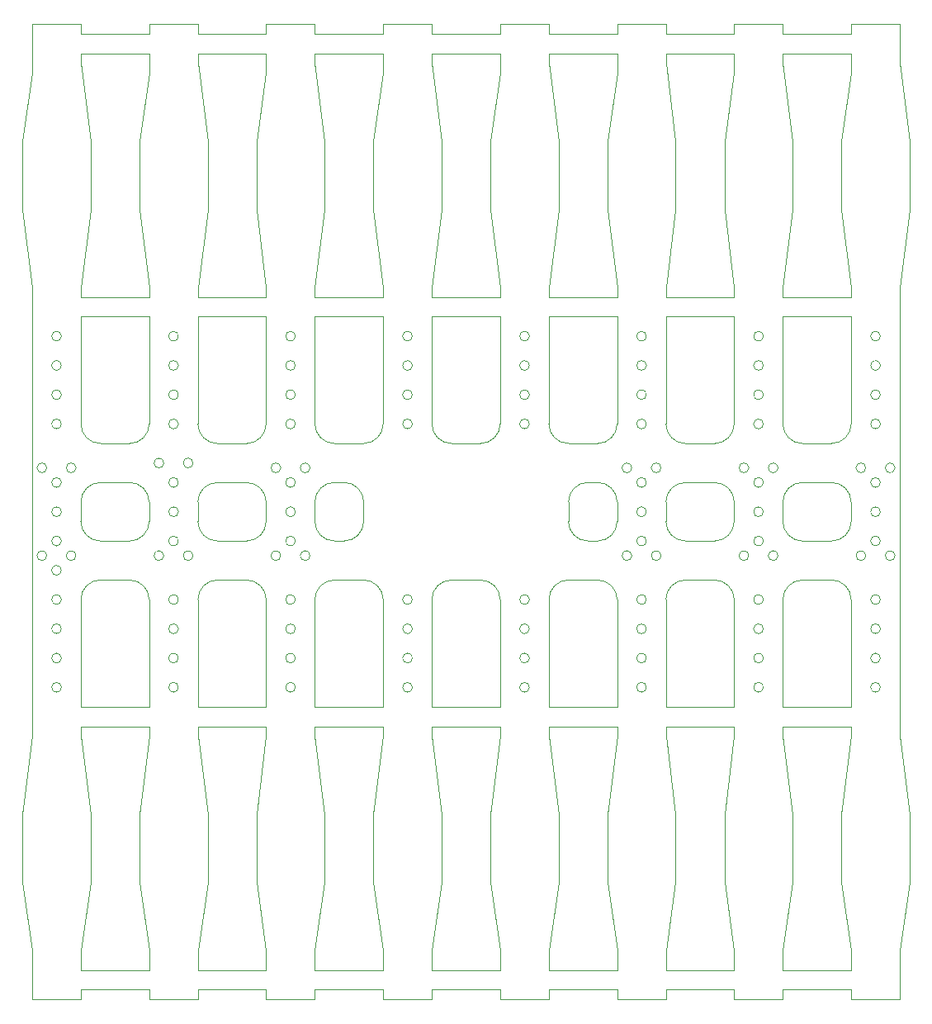
<source format=gm1>
G04 #@! TF.GenerationSoftware,KiCad,Pcbnew,8.0.1-8.0.1-1~ubuntu22.04.1*
G04 #@! TF.CreationDate,2024-03-30T19:46:48+00:00*
G04 #@! TF.ProjectId,DRY_FLEX,4452595f-464c-4455-982e-6b696361645f,v1.0*
G04 #@! TF.SameCoordinates,Original*
G04 #@! TF.FileFunction,Profile,NP*
%FSLAX46Y46*%
G04 Gerber Fmt 4.6, Leading zero omitted, Abs format (unit mm)*
G04 Created by KiCad (PCBNEW 8.0.1-8.0.1-1~ubuntu22.04.1) date 2024-03-30 19:46:48*
%MOMM*%
%LPD*%
G01*
G04 APERTURE LIST*
G04 #@! TA.AperFunction,Profile*
%ADD10C,0.038100*%
G04 #@! TD*
G04 APERTURE END LIST*
D10*
X43000000Y-73000000D02*
G75*
G02*
X45000000Y-75000000I0J-2000000D01*
G01*
X26000000Y-19000000D02*
X33000000Y-19000000D01*
X86000000Y-75000000D02*
G75*
G02*
X88000000Y-73000000I2000000J0D01*
G01*
X72000000Y-78000000D02*
G75*
G02*
X71000000Y-78000000I-500000J0D01*
G01*
X71000000Y-78000000D02*
G75*
G02*
X72000000Y-78000000I500000J0D01*
G01*
X81000000Y-67000000D02*
G75*
G02*
X79000000Y-69000000I-2000000J0D01*
G01*
X105000000Y-46000000D02*
X105000000Y-57000000D01*
X86000000Y-46000000D02*
X93000000Y-46000000D01*
X24000000Y-48000000D02*
G75*
G02*
X23000000Y-48000000I-500000J0D01*
G01*
X23000000Y-48000000D02*
G75*
G02*
X24000000Y-48000000I500000J0D01*
G01*
X33000000Y-19000000D02*
X33000000Y-21000000D01*
X57000000Y-43000000D02*
X56000000Y-35000000D01*
X96000000Y-57000000D02*
G75*
G02*
X95000000Y-57000000I-500000J0D01*
G01*
X95000000Y-57000000D02*
G75*
G02*
X96000000Y-57000000I500000J0D01*
G01*
X46500000Y-61500000D02*
G75*
G02*
X45500000Y-61500000I-500000J0D01*
G01*
X45500000Y-61500000D02*
G75*
G02*
X46500000Y-61500000I500000J0D01*
G01*
X110000000Y-113000000D02*
X110000000Y-111000000D01*
X86000000Y-17000000D02*
X93000000Y-17000000D01*
X105000000Y-115000000D02*
X105000000Y-116000000D01*
X78000000Y-63000000D02*
X79000000Y-63000000D01*
X81000000Y-43000000D02*
X81000000Y-44000000D01*
X93000000Y-116000000D02*
X98000000Y-116000000D01*
X33000000Y-115000000D02*
X33000000Y-116000000D01*
X43000000Y-69000000D02*
X40000000Y-69000000D01*
X32000000Y-35000000D02*
X32000000Y-28000000D01*
X24000000Y-78000000D02*
G75*
G02*
X23000000Y-78000000I-500000J0D01*
G01*
X23000000Y-78000000D02*
G75*
G02*
X24000000Y-78000000I500000J0D01*
G01*
X64000000Y-59000000D02*
X67000000Y-59000000D01*
X86000000Y-116000000D02*
X86000000Y-115000000D01*
X98000000Y-46000000D02*
X105000000Y-46000000D01*
X105000000Y-57000000D02*
G75*
G02*
X103000000Y-59000000I-2000000J0D01*
G01*
X86000000Y-113000000D02*
X86000000Y-111000000D01*
X85500000Y-61500000D02*
G75*
G02*
X84500000Y-61500000I-500000J0D01*
G01*
X84500000Y-61500000D02*
G75*
G02*
X85500000Y-61500000I500000J0D01*
G01*
X62000000Y-86000000D02*
X69000000Y-86000000D01*
X86000000Y-47000000D02*
X86000000Y-57000000D01*
X38000000Y-86000000D02*
X38000000Y-85000000D01*
X48000000Y-66000000D02*
G75*
G02*
X47000000Y-66000000I-500000J0D01*
G01*
X47000000Y-66000000D02*
G75*
G02*
X48000000Y-66000000I500000J0D01*
G01*
X81000000Y-16000000D02*
X86000000Y-16000000D01*
X50000000Y-17000000D02*
X57000000Y-17000000D01*
X81000000Y-86000000D02*
X81000000Y-75000000D01*
X98000000Y-86000000D02*
X98000000Y-85000000D01*
X55000000Y-73000000D02*
G75*
G02*
X57000000Y-75000000I0J-2000000D01*
G01*
X62000000Y-115000000D02*
X69000000Y-115000000D01*
X105000000Y-43000000D02*
X104000000Y-35000000D01*
X24000000Y-72000000D02*
G75*
G02*
X23000000Y-72000000I-500000J0D01*
G01*
X23000000Y-72000000D02*
G75*
G02*
X24000000Y-72000000I500000J0D01*
G01*
X98000000Y-86000000D02*
X105000000Y-86000000D01*
X98000000Y-116000000D02*
X98000000Y-115000000D01*
X69000000Y-46000000D02*
X69000000Y-57000000D01*
X38000000Y-67000000D02*
X38000000Y-65000000D01*
X43000000Y-63000000D02*
G75*
G02*
X45000000Y-65000000I0J-2000000D01*
G01*
X26000000Y-89000000D02*
X26000000Y-88000000D01*
X62000000Y-116000000D02*
X62000000Y-115000000D01*
X38000000Y-46000000D02*
X38000000Y-47000000D01*
X44000000Y-97000000D02*
X44000000Y-104000000D01*
X45000000Y-46000000D02*
X45000000Y-57000000D01*
X33000000Y-46000000D02*
X33000000Y-57000000D01*
X72000000Y-48000000D02*
G75*
G02*
X71000000Y-48000000I-500000J0D01*
G01*
X71000000Y-48000000D02*
G75*
G02*
X72000000Y-48000000I500000J0D01*
G01*
X62000000Y-75000000D02*
G75*
G02*
X64000000Y-73000000I2000000J0D01*
G01*
X109500000Y-70500000D02*
G75*
G02*
X108500000Y-70500000I-500000J0D01*
G01*
X108500000Y-70500000D02*
G75*
G02*
X109500000Y-70500000I500000J0D01*
G01*
X26000000Y-88000000D02*
X33000000Y-88000000D01*
X36000000Y-69000000D02*
G75*
G02*
X35000000Y-69000000I-500000J0D01*
G01*
X35000000Y-69000000D02*
G75*
G02*
X36000000Y-69000000I500000J0D01*
G01*
X93000000Y-113000000D02*
X93000000Y-111000000D01*
X84000000Y-81000000D02*
G75*
G02*
X83000000Y-81000000I-500000J0D01*
G01*
X83000000Y-81000000D02*
G75*
G02*
X84000000Y-81000000I500000J0D01*
G01*
X21000000Y-89000000D02*
X21000000Y-88000000D01*
X93000000Y-67000000D02*
G75*
G02*
X91000000Y-69000000I-2000000J0D01*
G01*
X24000000Y-51000000D02*
G75*
G02*
X23000000Y-51000000I-500000J0D01*
G01*
X23000000Y-51000000D02*
G75*
G02*
X24000000Y-51000000I500000J0D01*
G01*
X33000000Y-57000000D02*
G75*
G02*
X31000000Y-59000000I-2000000J0D01*
G01*
X50000000Y-19000000D02*
X57000000Y-19000000D01*
X94500000Y-70500000D02*
G75*
G02*
X93500000Y-70500000I-500000J0D01*
G01*
X93500000Y-70500000D02*
G75*
G02*
X94500000Y-70500000I500000J0D01*
G01*
X81000000Y-115000000D02*
X81000000Y-116000000D01*
X81000000Y-89000000D02*
X81000000Y-88000000D01*
X21000000Y-21000000D02*
X20000000Y-28000000D01*
X87000000Y-97000000D02*
X86000000Y-89000000D01*
X62000000Y-16000000D02*
X62000000Y-17000000D01*
X105000000Y-67000000D02*
G75*
G02*
X103000000Y-69000000I-2000000J0D01*
G01*
X50000000Y-86000000D02*
X57000000Y-86000000D01*
X39000000Y-28000000D02*
X39000000Y-35000000D01*
X79000000Y-63000000D02*
G75*
G02*
X81000000Y-65000000I0J-2000000D01*
G01*
X62000000Y-88000000D02*
X69000000Y-88000000D01*
X74000000Y-75000000D02*
G75*
G02*
X76000000Y-73000000I2000000J0D01*
G01*
X26000000Y-16000000D02*
X26000000Y-17000000D01*
X86000000Y-19000000D02*
X86000000Y-20000000D01*
X98000000Y-16000000D02*
X98000000Y-17000000D01*
X96000000Y-84000000D02*
G75*
G02*
X95000000Y-84000000I-500000J0D01*
G01*
X95000000Y-84000000D02*
G75*
G02*
X96000000Y-84000000I500000J0D01*
G01*
X93000000Y-43000000D02*
X92000000Y-35000000D01*
X62000000Y-111000000D02*
X63000000Y-104000000D01*
X57000000Y-116000000D02*
X62000000Y-116000000D01*
X98000000Y-19000000D02*
X105000000Y-19000000D01*
X110000000Y-47000000D02*
X110000000Y-59000000D01*
X86000000Y-44000000D02*
X93000000Y-44000000D01*
X53000000Y-69000000D02*
X52000000Y-69000000D01*
X51000000Y-28000000D02*
X51000000Y-35000000D01*
X60000000Y-51000000D02*
G75*
G02*
X59000000Y-51000000I-500000J0D01*
G01*
X59000000Y-51000000D02*
G75*
G02*
X60000000Y-51000000I500000J0D01*
G01*
X50000000Y-86000000D02*
X50000000Y-85000000D01*
X74000000Y-44000000D02*
X81000000Y-44000000D01*
X38000000Y-20000000D02*
X39000000Y-28000000D01*
X26000000Y-44000000D02*
X33000000Y-44000000D01*
X33000000Y-113000000D02*
X33000000Y-111000000D01*
X45000000Y-65000000D02*
X45000000Y-67000000D01*
X74000000Y-88000000D02*
X81000000Y-88000000D01*
X110000000Y-46000000D02*
X110000000Y-47000000D01*
X26000000Y-43000000D02*
X26000000Y-44000000D01*
X50000000Y-67000000D02*
X50000000Y-65000000D01*
X76000000Y-65000000D02*
G75*
G02*
X78000000Y-63000000I2000000J0D01*
G01*
X86000000Y-111000000D02*
X87000000Y-104000000D01*
X26000000Y-46000000D02*
X26000000Y-47000000D01*
X99000000Y-35000000D02*
X98000000Y-43000000D01*
X38000000Y-86000000D02*
X45000000Y-86000000D01*
X72000000Y-84000000D02*
G75*
G02*
X71000000Y-84000000I-500000J0D01*
G01*
X71000000Y-84000000D02*
G75*
G02*
X72000000Y-84000000I500000J0D01*
G01*
X84000000Y-54000000D02*
G75*
G02*
X83000000Y-54000000I-500000J0D01*
G01*
X83000000Y-54000000D02*
G75*
G02*
X84000000Y-54000000I500000J0D01*
G01*
X56000000Y-35000000D02*
X56000000Y-28000000D01*
X69000000Y-86000000D02*
X69000000Y-75000000D01*
X21000000Y-111000000D02*
X20000000Y-104000000D01*
X105000000Y-17000000D02*
X105000000Y-16000000D01*
X111000000Y-35000000D02*
X110000000Y-43000000D01*
X103000000Y-73000000D02*
G75*
G02*
X105000000Y-75000000I0J-2000000D01*
G01*
X110000000Y-113000000D02*
X110000000Y-115000000D01*
X27000000Y-35000000D02*
X26000000Y-43000000D01*
X111000000Y-97000000D02*
X110000000Y-89000000D01*
X69000000Y-57000000D02*
G75*
G02*
X67000000Y-59000000I-2000000J0D01*
G01*
X82500000Y-70500000D02*
G75*
G02*
X81500000Y-70500000I-500000J0D01*
G01*
X81500000Y-70500000D02*
G75*
G02*
X82500000Y-70500000I500000J0D01*
G01*
X69000000Y-19000000D02*
X69000000Y-21000000D01*
X72000000Y-57000000D02*
G75*
G02*
X71000000Y-57000000I-500000J0D01*
G01*
X71000000Y-57000000D02*
G75*
G02*
X72000000Y-57000000I500000J0D01*
G01*
X39000000Y-104000000D02*
X39000000Y-97000000D01*
X98000000Y-113000000D02*
X98000000Y-111000000D01*
X62000000Y-46000000D02*
X62000000Y-47000000D01*
X110000000Y-89000000D02*
X110000000Y-88000000D01*
X81000000Y-65000000D02*
X81000000Y-67000000D01*
X98000000Y-89000000D02*
X98000000Y-88000000D01*
X33000000Y-111000000D02*
X32000000Y-104000000D01*
X86000000Y-20000000D02*
X87000000Y-28000000D01*
X69000000Y-116000000D02*
X74000000Y-116000000D01*
X81000000Y-17000000D02*
X81000000Y-16000000D01*
X110000000Y-86000000D02*
X110000000Y-85000000D01*
X110000000Y-85000000D02*
X110000000Y-73000000D01*
X28000000Y-59000000D02*
X31000000Y-59000000D01*
X40000000Y-59000000D02*
X43000000Y-59000000D01*
X48000000Y-81000000D02*
G75*
G02*
X47000000Y-81000000I-500000J0D01*
G01*
X47000000Y-81000000D02*
G75*
G02*
X48000000Y-81000000I500000J0D01*
G01*
X110000000Y-20000000D02*
X111000000Y-28000000D01*
X24000000Y-84000000D02*
G75*
G02*
X23000000Y-84000000I-500000J0D01*
G01*
X23000000Y-84000000D02*
G75*
G02*
X24000000Y-84000000I500000J0D01*
G01*
X79000000Y-69000000D02*
X78000000Y-69000000D01*
X98000000Y-44000000D02*
X105000000Y-44000000D01*
X48000000Y-48000000D02*
G75*
G02*
X47000000Y-48000000I-500000J0D01*
G01*
X47000000Y-48000000D02*
G75*
G02*
X48000000Y-48000000I500000J0D01*
G01*
X21000000Y-113000000D02*
X21000000Y-115000000D01*
X83999999Y-63000000D02*
G75*
G02*
X83000001Y-63000000I-499999J0D01*
G01*
X83000001Y-63000000D02*
G75*
G02*
X83999999Y-63000000I499999J0D01*
G01*
X34500000Y-61000000D02*
G75*
G02*
X33500000Y-61000000I-500000J0D01*
G01*
X33500000Y-61000000D02*
G75*
G02*
X34500000Y-61000000I500000J0D01*
G01*
X110000000Y-86000000D02*
X110000000Y-88000000D01*
X69000000Y-115000000D02*
X69000000Y-116000000D01*
X110000000Y-43000000D02*
X110000000Y-44000000D01*
X69000000Y-21000000D02*
X68000000Y-28000000D01*
X62000000Y-47000000D02*
X62000000Y-57000000D01*
X48000000Y-84000000D02*
G75*
G02*
X47000000Y-84000000I-500000J0D01*
G01*
X47000000Y-84000000D02*
G75*
G02*
X48000000Y-84000000I500000J0D01*
G01*
X96000000Y-54000000D02*
G75*
G02*
X95000000Y-54000000I-500000J0D01*
G01*
X95000000Y-54000000D02*
G75*
G02*
X96000000Y-54000000I500000J0D01*
G01*
X45000000Y-86000000D02*
X45000000Y-75000000D01*
X45000000Y-89000000D02*
X45000000Y-88000000D01*
X75000000Y-35000000D02*
X74000000Y-43000000D01*
X31000000Y-63000000D02*
G75*
G02*
X33000000Y-65000000I0J-2000000D01*
G01*
X88000000Y-73000000D02*
X91000000Y-73000000D01*
X38000000Y-65000000D02*
G75*
G02*
X40000000Y-63000000I2000000J0D01*
G01*
X74000000Y-46000000D02*
X81000000Y-46000000D01*
X36000000Y-75000000D02*
G75*
G02*
X35000000Y-75000000I-500000J0D01*
G01*
X35000000Y-75000000D02*
G75*
G02*
X36000000Y-75000000I500000J0D01*
G01*
X48000000Y-51000000D02*
G75*
G02*
X47000000Y-51000000I-500000J0D01*
G01*
X47000000Y-51000000D02*
G75*
G02*
X48000000Y-51000000I500000J0D01*
G01*
X105000000Y-86000000D02*
X105000000Y-75000000D01*
X26000000Y-86000000D02*
X26000000Y-85000000D01*
X28000000Y-59000000D02*
G75*
G02*
X26000000Y-57000000I0J2000000D01*
G01*
X108000000Y-81000000D02*
G75*
G02*
X107000000Y-81000000I-500000J0D01*
G01*
X107000000Y-81000000D02*
G75*
G02*
X108000000Y-81000000I500000J0D01*
G01*
X92000000Y-35000000D02*
X92000000Y-28000000D01*
X69000000Y-43000000D02*
X68000000Y-35000000D01*
X100000000Y-63000000D02*
X103000000Y-63000000D01*
X96000000Y-51000000D02*
G75*
G02*
X95000000Y-51000000I-500000J0D01*
G01*
X95000000Y-51000000D02*
G75*
G02*
X96000000Y-51000000I500000J0D01*
G01*
X37500000Y-61000000D02*
G75*
G02*
X36500000Y-61000000I-500000J0D01*
G01*
X36500000Y-61000000D02*
G75*
G02*
X37500000Y-61000000I500000J0D01*
G01*
X106500000Y-61500000D02*
G75*
G02*
X105500000Y-61500000I-500000J0D01*
G01*
X105500000Y-61500000D02*
G75*
G02*
X106500000Y-61500000I500000J0D01*
G01*
X62000000Y-46000000D02*
X69000000Y-46000000D01*
X96000000Y-78000000D02*
G75*
G02*
X95000000Y-78000000I-500000J0D01*
G01*
X95000000Y-78000000D02*
G75*
G02*
X96000000Y-78000000I500000J0D01*
G01*
X50000000Y-65000000D02*
G75*
G02*
X52000000Y-63000000I2000000J0D01*
G01*
X105000000Y-113000000D02*
X105000000Y-111000000D01*
X62000000Y-86000000D02*
X62000000Y-85000000D01*
X50000000Y-46000000D02*
X57000000Y-46000000D01*
X69000000Y-113000000D02*
X69000000Y-111000000D01*
X98000000Y-75000000D02*
G75*
G02*
X100000000Y-73000000I2000000J0D01*
G01*
X31000000Y-69000000D02*
X28000000Y-69000000D01*
X23999999Y-63000000D02*
G75*
G02*
X23000001Y-63000000I-499999J0D01*
G01*
X23000001Y-63000000D02*
G75*
G02*
X23999999Y-63000000I499999J0D01*
G01*
X93000000Y-43000000D02*
X93000000Y-44000000D01*
X50000000Y-113000000D02*
X57000000Y-113000000D01*
X50000000Y-113000000D02*
X50000000Y-111000000D01*
X63000000Y-97000000D02*
X62000000Y-89000000D01*
X86000000Y-113000000D02*
X93000000Y-113000000D01*
X50000000Y-89000000D02*
X50000000Y-88000000D01*
X98000000Y-43000000D02*
X98000000Y-44000000D01*
X62000000Y-43000000D02*
X62000000Y-44000000D01*
X22500000Y-70500000D02*
G75*
G02*
X21500000Y-70500000I-500000J0D01*
G01*
X21500000Y-70500000D02*
G75*
G02*
X22500000Y-70500000I500000J0D01*
G01*
X105000000Y-19000000D02*
X105000000Y-21000000D01*
X55000000Y-65000000D02*
X55000000Y-67000000D01*
X98000000Y-85000000D02*
X98000000Y-75000000D01*
X57000000Y-16000000D02*
X62000000Y-16000000D01*
X50000000Y-75000000D02*
G75*
G02*
X52000000Y-73000000I2000000J0D01*
G01*
X55000000Y-67000000D02*
G75*
G02*
X53000000Y-69000000I-2000000J0D01*
G01*
X69000000Y-111000000D02*
X68000000Y-104000000D01*
X75000000Y-28000000D02*
X75000000Y-35000000D01*
X74000000Y-113000000D02*
X74000000Y-111000000D01*
X50000000Y-88000000D02*
X57000000Y-88000000D01*
X33000000Y-21000000D02*
X32000000Y-28000000D01*
X74000000Y-115000000D02*
X81000000Y-115000000D01*
X52000000Y-63000000D02*
X53000000Y-63000000D01*
X50000000Y-16000000D02*
X50000000Y-17000000D01*
X52000000Y-59000000D02*
X55000000Y-59000000D01*
X34500000Y-70500000D02*
G75*
G02*
X33500000Y-70500000I-500000J0D01*
G01*
X33500000Y-70500000D02*
G75*
G02*
X34500000Y-70500000I500000J0D01*
G01*
X38000000Y-46000000D02*
X45000000Y-46000000D01*
X100000000Y-73000000D02*
X103000000Y-73000000D01*
X20000000Y-35000000D02*
X20000000Y-28000000D01*
X69000000Y-89000000D02*
X69000000Y-88000000D01*
X81000000Y-111000000D02*
X80000000Y-104000000D01*
X38000000Y-116000000D02*
X38000000Y-115000000D01*
X38000000Y-88000000D02*
X45000000Y-88000000D01*
X72000000Y-54000000D02*
G75*
G02*
X71000000Y-54000000I-500000J0D01*
G01*
X71000000Y-54000000D02*
G75*
G02*
X72000000Y-54000000I500000J0D01*
G01*
X74000000Y-16000000D02*
X74000000Y-17000000D01*
X81000000Y-89000000D02*
X80000000Y-97000000D01*
X81000000Y-46000000D02*
X81000000Y-57000000D01*
X110000000Y-17000000D02*
X110000000Y-19000000D01*
X84000000Y-75000000D02*
G75*
G02*
X83000000Y-75000000I-500000J0D01*
G01*
X83000000Y-75000000D02*
G75*
G02*
X84000000Y-75000000I500000J0D01*
G01*
X56000000Y-97000000D02*
X56000000Y-104000000D01*
X27000000Y-28000000D02*
X27000000Y-35000000D01*
X108000000Y-66000000D02*
G75*
G02*
X107000000Y-66000000I-500000J0D01*
G01*
X107000000Y-66000000D02*
G75*
G02*
X108000000Y-66000000I500000J0D01*
G01*
X74000000Y-116000000D02*
X74000000Y-115000000D01*
X99000000Y-104000000D02*
X99000000Y-97000000D01*
X62000000Y-113000000D02*
X62000000Y-111000000D01*
X52000000Y-73000000D02*
X55000000Y-73000000D01*
X105000000Y-16000000D02*
X110000000Y-16000000D01*
X33000000Y-16000000D02*
X38000000Y-16000000D01*
X99000000Y-28000000D02*
X99000000Y-35000000D01*
X26000000Y-19000000D02*
X26000000Y-20000000D01*
X86000000Y-115000000D02*
X93000000Y-115000000D01*
X87000000Y-35000000D02*
X86000000Y-43000000D01*
X26000000Y-17000000D02*
X33000000Y-17000000D01*
X98000000Y-46000000D02*
X98000000Y-47000000D01*
X84000000Y-57000000D02*
G75*
G02*
X83000000Y-57000000I-500000J0D01*
G01*
X83000000Y-57000000D02*
G75*
G02*
X84000000Y-57000000I500000J0D01*
G01*
X62000000Y-89000000D02*
X62000000Y-88000000D01*
X84000000Y-84000000D02*
G75*
G02*
X83000000Y-84000000I-500000J0D01*
G01*
X83000000Y-84000000D02*
G75*
G02*
X84000000Y-84000000I500000J0D01*
G01*
X104000000Y-97000000D02*
X104000000Y-104000000D01*
X84000000Y-66000000D02*
G75*
G02*
X83000000Y-66000000I-500000J0D01*
G01*
X83000000Y-66000000D02*
G75*
G02*
X84000000Y-66000000I500000J0D01*
G01*
X36000000Y-63000000D02*
G75*
G02*
X35000000Y-63000000I-500000J0D01*
G01*
X35000000Y-63000000D02*
G75*
G02*
X36000000Y-63000000I500000J0D01*
G01*
X45000000Y-19000000D02*
X45000000Y-21000000D01*
X63000000Y-104000000D02*
X63000000Y-97000000D01*
X48000000Y-75000000D02*
G75*
G02*
X47000000Y-75000000I-500000J0D01*
G01*
X47000000Y-75000000D02*
G75*
G02*
X48000000Y-75000000I500000J0D01*
G01*
X105000000Y-111000000D02*
X104000000Y-104000000D01*
X45000000Y-89000000D02*
X44000000Y-97000000D01*
X52000000Y-69000000D02*
G75*
G02*
X50000000Y-67000000I0J2000000D01*
G01*
X110000000Y-111000000D02*
X111000000Y-104000000D01*
X108000000Y-57000000D02*
G75*
G02*
X107000000Y-57000000I-500000J0D01*
G01*
X107000000Y-57000000D02*
G75*
G02*
X108000000Y-57000000I500000J0D01*
G01*
X21000000Y-17000000D02*
X21000000Y-16000000D01*
X81000000Y-116000000D02*
X86000000Y-116000000D01*
X75000000Y-104000000D02*
X75000000Y-97000000D01*
X80000000Y-97000000D02*
X80000000Y-104000000D01*
X21000000Y-115000000D02*
X21000000Y-116000000D01*
X44000000Y-35000000D02*
X44000000Y-28000000D01*
X63000000Y-28000000D02*
X63000000Y-35000000D01*
X98000000Y-113000000D02*
X105000000Y-113000000D01*
X76000000Y-73000000D02*
X79000000Y-73000000D01*
X40000000Y-73000000D02*
X43000000Y-73000000D01*
X38000000Y-113000000D02*
X45000000Y-113000000D01*
X50000000Y-111000000D02*
X51000000Y-104000000D01*
X110000000Y-16000000D02*
X110000000Y-17000000D01*
X21000000Y-46000000D02*
X21000000Y-59000000D01*
X51000000Y-97000000D02*
X50000000Y-89000000D01*
X86000000Y-85000000D02*
X86000000Y-75000000D01*
X91000000Y-73000000D02*
G75*
G02*
X93000000Y-75000000I0J-2000000D01*
G01*
X21000000Y-116000000D02*
X26000000Y-116000000D01*
X86000000Y-43000000D02*
X86000000Y-44000000D01*
X46500000Y-70500000D02*
G75*
G02*
X45500000Y-70500000I-500000J0D01*
G01*
X45500000Y-70500000D02*
G75*
G02*
X46500000Y-70500000I500000J0D01*
G01*
X64000000Y-73000000D02*
X67000000Y-73000000D01*
X48000000Y-57000000D02*
G75*
G02*
X47000000Y-57000000I-500000J0D01*
G01*
X47000000Y-57000000D02*
G75*
G02*
X48000000Y-57000000I500000J0D01*
G01*
X86000000Y-67000000D02*
X86000000Y-65000000D01*
X97500000Y-61500000D02*
G75*
G02*
X96500000Y-61500000I-500000J0D01*
G01*
X96500000Y-61500000D02*
G75*
G02*
X97500000Y-61500000I500000J0D01*
G01*
X38000000Y-17000000D02*
X45000000Y-17000000D01*
X62000000Y-19000000D02*
X62000000Y-20000000D01*
X45000000Y-57000000D02*
G75*
G02*
X43000000Y-59000000I-2000000J0D01*
G01*
X75000000Y-97000000D02*
X74000000Y-89000000D01*
X26000000Y-47000000D02*
X26000000Y-57000000D01*
X26000000Y-65000000D02*
G75*
G02*
X28000000Y-63000000I2000000J0D01*
G01*
X39000000Y-35000000D02*
X38000000Y-43000000D01*
X109500000Y-61500000D02*
G75*
G02*
X108500000Y-61500000I-500000J0D01*
G01*
X108500000Y-61500000D02*
G75*
G02*
X109500000Y-61500000I500000J0D01*
G01*
X38000000Y-44000000D02*
X45000000Y-44000000D01*
X60000000Y-57000000D02*
G75*
G02*
X59000000Y-57000000I-500000J0D01*
G01*
X59000000Y-57000000D02*
G75*
G02*
X60000000Y-57000000I500000J0D01*
G01*
X60000000Y-54000000D02*
G75*
G02*
X59000000Y-54000000I-500000J0D01*
G01*
X59000000Y-54000000D02*
G75*
G02*
X60000000Y-54000000I500000J0D01*
G01*
X38000000Y-19000000D02*
X38000000Y-20000000D01*
X38000000Y-75000000D02*
G75*
G02*
X40000000Y-73000000I2000000J0D01*
G01*
X36000000Y-51000000D02*
G75*
G02*
X35000000Y-51000000I-500000J0D01*
G01*
X35000000Y-51000000D02*
G75*
G02*
X36000000Y-51000000I500000J0D01*
G01*
X100000000Y-59000000D02*
X103000000Y-59000000D01*
X21000000Y-43000000D02*
X21000000Y-44000000D01*
X33000000Y-89000000D02*
X32000000Y-97000000D01*
X28000000Y-63000000D02*
X31000000Y-63000000D01*
X84000000Y-48000000D02*
G75*
G02*
X83000000Y-48000000I-500000J0D01*
G01*
X83000000Y-48000000D02*
G75*
G02*
X84000000Y-48000000I500000J0D01*
G01*
X111000000Y-28000000D02*
X111000000Y-35000000D01*
X33000000Y-43000000D02*
X32000000Y-35000000D01*
X45000000Y-43000000D02*
X44000000Y-35000000D01*
X76000000Y-59000000D02*
X79000000Y-59000000D01*
X86000000Y-88000000D02*
X93000000Y-88000000D01*
X33000000Y-67000000D02*
G75*
G02*
X31000000Y-69000000I-2000000J0D01*
G01*
X98000000Y-20000000D02*
X99000000Y-28000000D01*
X50000000Y-47000000D02*
X50000000Y-57000000D01*
X63000000Y-35000000D02*
X62000000Y-43000000D01*
X50000000Y-19000000D02*
X50000000Y-20000000D01*
X38000000Y-47000000D02*
X38000000Y-57000000D01*
X110000000Y-116000000D02*
X110000000Y-115000000D01*
X57000000Y-21000000D02*
X56000000Y-28000000D01*
X74000000Y-86000000D02*
X74000000Y-85000000D01*
X67000000Y-73000000D02*
G75*
G02*
X69000000Y-75000000I0J-2000000D01*
G01*
X45000000Y-21000000D02*
X44000000Y-28000000D01*
X104000000Y-35000000D02*
X104000000Y-28000000D01*
X36000000Y-48000000D02*
G75*
G02*
X35000000Y-48000000I-500000J0D01*
G01*
X35000000Y-48000000D02*
G75*
G02*
X36000000Y-48000000I500000J0D01*
G01*
X74000000Y-20000000D02*
X75000000Y-28000000D01*
X38000000Y-43000000D02*
X38000000Y-44000000D01*
X108000000Y-84000000D02*
G75*
G02*
X107000000Y-84000000I-500000J0D01*
G01*
X107000000Y-84000000D02*
G75*
G02*
X108000000Y-84000000I500000J0D01*
G01*
X24000000Y-81000000D02*
G75*
G02*
X23000000Y-81000000I-500000J0D01*
G01*
X23000000Y-81000000D02*
G75*
G02*
X24000000Y-81000000I500000J0D01*
G01*
X26000000Y-67000000D02*
X26000000Y-65000000D01*
X98000000Y-115000000D02*
X105000000Y-115000000D01*
X36000000Y-84000000D02*
G75*
G02*
X35000000Y-84000000I-500000J0D01*
G01*
X35000000Y-84000000D02*
G75*
G02*
X36000000Y-84000000I500000J0D01*
G01*
X38000000Y-19000000D02*
X45000000Y-19000000D01*
X87000000Y-104000000D02*
X87000000Y-97000000D01*
X57000000Y-19000000D02*
X57000000Y-21000000D01*
X110000000Y-46000000D02*
X110000000Y-44000000D01*
X57000000Y-17000000D02*
X57000000Y-16000000D01*
X105000000Y-116000000D02*
X110000000Y-116000000D01*
X50000000Y-20000000D02*
X51000000Y-28000000D01*
X50000000Y-46000000D02*
X50000000Y-47000000D01*
X36000000Y-66000000D02*
G75*
G02*
X35000000Y-66000000I-500000J0D01*
G01*
X35000000Y-66000000D02*
G75*
G02*
X36000000Y-66000000I500000J0D01*
G01*
X84000000Y-51000000D02*
G75*
G02*
X83000000Y-51000000I-500000J0D01*
G01*
X83000000Y-51000000D02*
G75*
G02*
X84000000Y-51000000I500000J0D01*
G01*
X81000000Y-21000000D02*
X80000000Y-28000000D01*
X68000000Y-97000000D02*
X68000000Y-104000000D01*
X57000000Y-89000000D02*
X56000000Y-97000000D01*
X84000000Y-69000000D02*
G75*
G02*
X83000000Y-69000000I-500000J0D01*
G01*
X83000000Y-69000000D02*
G75*
G02*
X84000000Y-69000000I500000J0D01*
G01*
X111000000Y-104000000D02*
X111000000Y-97000000D01*
X93000000Y-16000000D02*
X98000000Y-16000000D01*
X86000000Y-89000000D02*
X86000000Y-88000000D01*
X72000000Y-81000000D02*
G75*
G02*
X71000000Y-81000000I-500000J0D01*
G01*
X71000000Y-81000000D02*
G75*
G02*
X72000000Y-81000000I500000J0D01*
G01*
X86000000Y-65000000D02*
G75*
G02*
X88000000Y-63000000I2000000J0D01*
G01*
X45000000Y-67000000D02*
G75*
G02*
X43000000Y-69000000I-2000000J0D01*
G01*
X85500000Y-70500000D02*
G75*
G02*
X84500000Y-70500000I-500000J0D01*
G01*
X84500000Y-70500000D02*
G75*
G02*
X85500000Y-70500000I500000J0D01*
G01*
X53000000Y-63000000D02*
G75*
G02*
X55000000Y-65000000I0J-2000000D01*
G01*
X26000000Y-115000000D02*
X33000000Y-115000000D01*
X60000000Y-84000000D02*
G75*
G02*
X59000000Y-84000000I-500000J0D01*
G01*
X59000000Y-84000000D02*
G75*
G02*
X60000000Y-84000000I500000J0D01*
G01*
X38000000Y-89000000D02*
X38000000Y-88000000D01*
X93000000Y-111000000D02*
X92000000Y-104000000D01*
X62000000Y-113000000D02*
X69000000Y-113000000D01*
X74000000Y-113000000D02*
X81000000Y-113000000D01*
X88000000Y-63000000D02*
X91000000Y-63000000D01*
X33000000Y-86000000D02*
X33000000Y-75000000D01*
X100000000Y-59000000D02*
G75*
G02*
X98000000Y-57000000I0J2000000D01*
G01*
X21000000Y-86000000D02*
X21000000Y-73000000D01*
X93000000Y-19000000D02*
X93000000Y-21000000D01*
X37500000Y-70500000D02*
G75*
G02*
X36500000Y-70500000I-500000J0D01*
G01*
X36500000Y-70500000D02*
G75*
G02*
X37500000Y-70500000I500000J0D01*
G01*
X26000000Y-85000000D02*
X26000000Y-75000000D01*
X74000000Y-86000000D02*
X81000000Y-86000000D01*
X74000000Y-89000000D02*
X74000000Y-88000000D01*
X33000000Y-17000000D02*
X33000000Y-16000000D01*
X51000000Y-35000000D02*
X50000000Y-43000000D01*
X78000000Y-69000000D02*
G75*
G02*
X76000000Y-67000000I0J2000000D01*
G01*
X27000000Y-97000000D02*
X26000000Y-89000000D01*
X96000000Y-48000000D02*
G75*
G02*
X95000000Y-48000000I-500000J0D01*
G01*
X95000000Y-48000000D02*
G75*
G02*
X96000000Y-48000000I500000J0D01*
G01*
X21000000Y-89000000D02*
X20000000Y-97000000D01*
X82500000Y-61500000D02*
G75*
G02*
X81500000Y-61500000I-500000J0D01*
G01*
X81500000Y-61500000D02*
G75*
G02*
X82500000Y-61500000I500000J0D01*
G01*
X88000000Y-69000000D02*
G75*
G02*
X86000000Y-67000000I0J2000000D01*
G01*
X21000000Y-88000000D02*
X21000000Y-86000000D01*
X38000000Y-85000000D02*
X38000000Y-75000000D01*
X99000000Y-97000000D02*
X98000000Y-89000000D01*
X96000000Y-69000000D02*
G75*
G02*
X95000000Y-69000000I-500000J0D01*
G01*
X95000000Y-69000000D02*
G75*
G02*
X96000000Y-69000000I500000J0D01*
G01*
X98000000Y-47000000D02*
X98000000Y-57000000D01*
X98000000Y-111000000D02*
X99000000Y-104000000D01*
X48000000Y-69000000D02*
G75*
G02*
X47000000Y-69000000I-500000J0D01*
G01*
X47000000Y-69000000D02*
G75*
G02*
X48000000Y-69000000I500000J0D01*
G01*
X38000000Y-16000000D02*
X38000000Y-17000000D01*
X108000000Y-78000000D02*
G75*
G02*
X107000000Y-78000000I-500000J0D01*
G01*
X107000000Y-78000000D02*
G75*
G02*
X108000000Y-78000000I500000J0D01*
G01*
X45000000Y-116000000D02*
X50000000Y-116000000D01*
X60000000Y-81000000D02*
G75*
G02*
X59000000Y-81000000I-500000J0D01*
G01*
X59000000Y-81000000D02*
G75*
G02*
X60000000Y-81000000I500000J0D01*
G01*
X103000000Y-63000000D02*
G75*
G02*
X105000000Y-65000000I0J-2000000D01*
G01*
X68000000Y-35000000D02*
X68000000Y-28000000D01*
X21000000Y-113000000D02*
X21000000Y-111000000D01*
X21000000Y-19000000D02*
X21000000Y-17000000D01*
X31000000Y-73000000D02*
G75*
G02*
X33000000Y-75000000I0J-2000000D01*
G01*
X25500000Y-61500000D02*
G75*
G02*
X24500000Y-61500000I-500000J0D01*
G01*
X24500000Y-61500000D02*
G75*
G02*
X25500000Y-61500000I500000J0D01*
G01*
X93000000Y-46000000D02*
X93000000Y-57000000D01*
X69000000Y-89000000D02*
X68000000Y-97000000D01*
X60000000Y-78000000D02*
G75*
G02*
X59000000Y-78000000I-500000J0D01*
G01*
X59000000Y-78000000D02*
G75*
G02*
X60000000Y-78000000I500000J0D01*
G01*
X74000000Y-111000000D02*
X75000000Y-104000000D01*
X94500000Y-61500000D02*
G75*
G02*
X93500000Y-61500000I-500000J0D01*
G01*
X93500000Y-61500000D02*
G75*
G02*
X94500000Y-61500000I500000J0D01*
G01*
X91000000Y-69000000D02*
X88000000Y-69000000D01*
X62000000Y-17000000D02*
X69000000Y-17000000D01*
X74000000Y-85000000D02*
X74000000Y-75000000D01*
X48000000Y-78000000D02*
G75*
G02*
X47000000Y-78000000I-500000J0D01*
G01*
X47000000Y-78000000D02*
G75*
G02*
X48000000Y-78000000I500000J0D01*
G01*
X33000000Y-116000000D02*
X38000000Y-116000000D01*
X87000000Y-28000000D02*
X87000000Y-35000000D01*
X69000000Y-16000000D02*
X74000000Y-16000000D01*
X93000000Y-115000000D02*
X93000000Y-116000000D01*
X57000000Y-113000000D02*
X57000000Y-111000000D01*
X76000000Y-59000000D02*
G75*
G02*
X74000000Y-57000000I0J2000000D01*
G01*
X103000000Y-69000000D02*
X100000000Y-69000000D01*
X91000000Y-63000000D02*
G75*
G02*
X93000000Y-65000000I0J-2000000D01*
G01*
X86000000Y-16000000D02*
X86000000Y-17000000D01*
X45000000Y-111000000D02*
X44000000Y-104000000D01*
X93000000Y-89000000D02*
X93000000Y-88000000D01*
X108000000Y-51000000D02*
G75*
G02*
X107000000Y-51000000I-500000J0D01*
G01*
X107000000Y-51000000D02*
G75*
G02*
X108000000Y-51000000I500000J0D01*
G01*
X33000000Y-43000000D02*
X33000000Y-44000000D01*
X50000000Y-43000000D02*
X50000000Y-44000000D01*
X50000000Y-44000000D02*
X57000000Y-44000000D01*
X105000000Y-43000000D02*
X105000000Y-44000000D01*
X36000000Y-81000000D02*
G75*
G02*
X35000000Y-81000000I-500000J0D01*
G01*
X35000000Y-81000000D02*
G75*
G02*
X36000000Y-81000000I500000J0D01*
G01*
X50000000Y-116000000D02*
X50000000Y-115000000D01*
X36000000Y-78000000D02*
G75*
G02*
X35000000Y-78000000I-500000J0D01*
G01*
X35000000Y-78000000D02*
G75*
G02*
X36000000Y-78000000I500000J0D01*
G01*
X81000000Y-113000000D02*
X81000000Y-111000000D01*
X80000000Y-35000000D02*
X80000000Y-28000000D01*
X108000000Y-69000000D02*
G75*
G02*
X107000000Y-69000000I-500000J0D01*
G01*
X107000000Y-69000000D02*
G75*
G02*
X108000000Y-69000000I500000J0D01*
G01*
X96000000Y-66000000D02*
G75*
G02*
X95000000Y-66000000I-500000J0D01*
G01*
X95000000Y-66000000D02*
G75*
G02*
X96000000Y-66000000I500000J0D01*
G01*
X74000000Y-47000000D02*
X74000000Y-57000000D01*
X27000000Y-104000000D02*
X27000000Y-97000000D01*
X24000000Y-66000000D02*
G75*
G02*
X23000000Y-66000000I-500000J0D01*
G01*
X23000000Y-66000000D02*
G75*
G02*
X24000000Y-66000000I500000J0D01*
G01*
X105000000Y-89000000D02*
X105000000Y-88000000D01*
X49500000Y-70500000D02*
G75*
G02*
X48500000Y-70500000I-500000J0D01*
G01*
X48500000Y-70500000D02*
G75*
G02*
X49500000Y-70500000I500000J0D01*
G01*
X74000000Y-46000000D02*
X74000000Y-47000000D01*
X24000000Y-54000000D02*
G75*
G02*
X23000000Y-54000000I-500000J0D01*
G01*
X23000000Y-54000000D02*
G75*
G02*
X24000000Y-54000000I500000J0D01*
G01*
X98000000Y-67000000D02*
X98000000Y-65000000D01*
X21000000Y-59000000D02*
X21000000Y-73000000D01*
X36000000Y-57000000D02*
G75*
G02*
X35000000Y-57000000I-500000J0D01*
G01*
X35000000Y-57000000D02*
G75*
G02*
X36000000Y-57000000I500000J0D01*
G01*
X93000000Y-57000000D02*
G75*
G02*
X91000000Y-59000000I-2000000J0D01*
G01*
X40000000Y-59000000D02*
G75*
G02*
X38000000Y-57000000I0J2000000D01*
G01*
X33000000Y-89000000D02*
X33000000Y-88000000D01*
X108000000Y-75000000D02*
G75*
G02*
X107000000Y-75000000I-500000J0D01*
G01*
X107000000Y-75000000D02*
G75*
G02*
X108000000Y-75000000I500000J0D01*
G01*
X45000000Y-113000000D02*
X45000000Y-111000000D01*
X32000000Y-97000000D02*
X32000000Y-104000000D01*
X74000000Y-19000000D02*
X81000000Y-19000000D01*
X74000000Y-43000000D02*
X74000000Y-44000000D01*
X26000000Y-86000000D02*
X33000000Y-86000000D01*
X69000000Y-17000000D02*
X69000000Y-16000000D01*
X110000000Y-19000000D02*
X110000000Y-20000000D01*
X84000000Y-78000000D02*
G75*
G02*
X83000000Y-78000000I-500000J0D01*
G01*
X83000000Y-78000000D02*
G75*
G02*
X84000000Y-78000000I500000J0D01*
G01*
X93000000Y-65000000D02*
X93000000Y-67000000D01*
X60000000Y-48000000D02*
G75*
G02*
X59000000Y-48000000I-500000J0D01*
G01*
X59000000Y-48000000D02*
G75*
G02*
X60000000Y-48000000I500000J0D01*
G01*
X74000000Y-17000000D02*
X81000000Y-17000000D01*
X39000000Y-97000000D02*
X38000000Y-89000000D01*
X95999999Y-63000000D02*
G75*
G02*
X95000001Y-63000000I-499999J0D01*
G01*
X95000001Y-63000000D02*
G75*
G02*
X95999999Y-63000000I499999J0D01*
G01*
X52000000Y-59000000D02*
G75*
G02*
X50000000Y-57000000I0J2000000D01*
G01*
X47999999Y-63000000D02*
G75*
G02*
X47000001Y-63000000I-499999J0D01*
G01*
X47000001Y-63000000D02*
G75*
G02*
X47999999Y-63000000I499999J0D01*
G01*
X105000000Y-65000000D02*
X105000000Y-67000000D01*
X81000000Y-43000000D02*
X80000000Y-35000000D01*
X86000000Y-19000000D02*
X93000000Y-19000000D01*
X50000000Y-85000000D02*
X50000000Y-75000000D01*
X69000000Y-43000000D02*
X69000000Y-44000000D01*
X110000000Y-73000000D02*
X110000000Y-59000000D01*
X51000000Y-104000000D02*
X51000000Y-97000000D01*
X92000000Y-97000000D02*
X92000000Y-104000000D01*
X48000000Y-54000000D02*
G75*
G02*
X47000000Y-54000000I-500000J0D01*
G01*
X47000000Y-54000000D02*
G75*
G02*
X48000000Y-54000000I500000J0D01*
G01*
X76000000Y-67000000D02*
X76000000Y-65000000D01*
X108000000Y-48000000D02*
G75*
G02*
X107000000Y-48000000I-500000J0D01*
G01*
X107000000Y-48000000D02*
G75*
G02*
X108000000Y-48000000I500000J0D01*
G01*
X57000000Y-86000000D02*
X57000000Y-75000000D01*
X88000000Y-59000000D02*
G75*
G02*
X86000000Y-57000000I0J2000000D01*
G01*
X21000000Y-16000000D02*
X26000000Y-16000000D01*
X40000000Y-63000000D02*
X43000000Y-63000000D01*
X21000000Y-19000000D02*
X21000000Y-21000000D01*
X93000000Y-21000000D02*
X92000000Y-28000000D01*
X45000000Y-17000000D02*
X45000000Y-16000000D01*
X74000000Y-19000000D02*
X74000000Y-20000000D01*
X79000000Y-73000000D02*
G75*
G02*
X81000000Y-75000000I0J-2000000D01*
G01*
X57000000Y-111000000D02*
X56000000Y-104000000D01*
X98000000Y-17000000D02*
X105000000Y-17000000D01*
X62000000Y-19000000D02*
X69000000Y-19000000D01*
X64000000Y-59000000D02*
G75*
G02*
X62000000Y-57000000I0J2000000D01*
G01*
X40000000Y-69000000D02*
G75*
G02*
X38000000Y-67000000I0J2000000D01*
G01*
X26000000Y-111000000D02*
X27000000Y-104000000D01*
X88000000Y-59000000D02*
X91000000Y-59000000D01*
X21000000Y-43000000D02*
X20000000Y-35000000D01*
X38000000Y-115000000D02*
X45000000Y-115000000D01*
X81000000Y-19000000D02*
X81000000Y-21000000D01*
X93000000Y-17000000D02*
X93000000Y-16000000D01*
X57000000Y-89000000D02*
X57000000Y-88000000D01*
X26000000Y-75000000D02*
G75*
G02*
X28000000Y-73000000I2000000J0D01*
G01*
X62000000Y-20000000D02*
X63000000Y-28000000D01*
X45000000Y-115000000D02*
X45000000Y-116000000D01*
X98000000Y-65000000D02*
G75*
G02*
X100000000Y-63000000I2000000J0D01*
G01*
X57000000Y-46000000D02*
X57000000Y-57000000D01*
X93000000Y-86000000D02*
X93000000Y-75000000D01*
X108000000Y-54000000D02*
G75*
G02*
X107000000Y-54000000I-500000J0D01*
G01*
X107000000Y-54000000D02*
G75*
G02*
X108000000Y-54000000I500000J0D01*
G01*
X33000000Y-65000000D02*
X33000000Y-67000000D01*
X50000000Y-115000000D02*
X57000000Y-115000000D01*
X105000000Y-21000000D02*
X104000000Y-28000000D01*
X20000000Y-97000000D02*
X20000000Y-104000000D01*
X49500000Y-61500000D02*
G75*
G02*
X48500000Y-61500000I-500000J0D01*
G01*
X48500000Y-61500000D02*
G75*
G02*
X49500000Y-61500000I500000J0D01*
G01*
X26000000Y-46000000D02*
X33000000Y-46000000D01*
X81000000Y-57000000D02*
G75*
G02*
X79000000Y-59000000I-2000000J0D01*
G01*
X45000000Y-16000000D02*
X50000000Y-16000000D01*
X72000000Y-51000000D02*
G75*
G02*
X71000000Y-51000000I-500000J0D01*
G01*
X71000000Y-51000000D02*
G75*
G02*
X72000000Y-51000000I500000J0D01*
G01*
X57000000Y-43000000D02*
X57000000Y-44000000D01*
X97500000Y-70500000D02*
G75*
G02*
X96500000Y-70500000I-500000J0D01*
G01*
X96500000Y-70500000D02*
G75*
G02*
X97500000Y-70500000I500000J0D01*
G01*
X100000000Y-69000000D02*
G75*
G02*
X98000000Y-67000000I0J2000000D01*
G01*
X57000000Y-57000000D02*
G75*
G02*
X55000000Y-59000000I-2000000J0D01*
G01*
X45000000Y-43000000D02*
X45000000Y-44000000D01*
X86000000Y-46000000D02*
X86000000Y-47000000D01*
X96000000Y-75000000D02*
G75*
G02*
X95000000Y-75000000I-500000J0D01*
G01*
X95000000Y-75000000D02*
G75*
G02*
X96000000Y-75000000I500000J0D01*
G01*
X98000000Y-19000000D02*
X98000000Y-20000000D01*
X36000000Y-54000000D02*
G75*
G02*
X35000000Y-54000000I-500000J0D01*
G01*
X35000000Y-54000000D02*
G75*
G02*
X36000000Y-54000000I500000J0D01*
G01*
X26000000Y-116000000D02*
X26000000Y-115000000D01*
X106500000Y-70500000D02*
G75*
G02*
X105500000Y-70500000I-500000J0D01*
G01*
X105500000Y-70500000D02*
G75*
G02*
X106500000Y-70500000I500000J0D01*
G01*
X38000000Y-113000000D02*
X38000000Y-111000000D01*
X72000000Y-75000000D02*
G75*
G02*
X71000000Y-75000000I-500000J0D01*
G01*
X71000000Y-75000000D02*
G75*
G02*
X72000000Y-75000000I500000J0D01*
G01*
X62000000Y-85000000D02*
X62000000Y-75000000D01*
X28000000Y-69000000D02*
G75*
G02*
X26000000Y-67000000I0J2000000D01*
G01*
X86000000Y-86000000D02*
X86000000Y-85000000D01*
X24000000Y-75000000D02*
G75*
G02*
X23000000Y-75000000I-500000J0D01*
G01*
X23000000Y-75000000D02*
G75*
G02*
X24000000Y-75000000I500000J0D01*
G01*
X107999999Y-63000000D02*
G75*
G02*
X107000001Y-63000000I-499999J0D01*
G01*
X107000001Y-63000000D02*
G75*
G02*
X107999999Y-63000000I499999J0D01*
G01*
X26000000Y-113000000D02*
X26000000Y-111000000D01*
X98000000Y-88000000D02*
X105000000Y-88000000D01*
X62000000Y-44000000D02*
X69000000Y-44000000D01*
X96000000Y-81000000D02*
G75*
G02*
X95000000Y-81000000I-500000J0D01*
G01*
X95000000Y-81000000D02*
G75*
G02*
X96000000Y-81000000I500000J0D01*
G01*
X24000000Y-69000000D02*
G75*
G02*
X23000000Y-69000000I-500000J0D01*
G01*
X23000000Y-69000000D02*
G75*
G02*
X24000000Y-69000000I500000J0D01*
G01*
X21000000Y-44000000D02*
X21000000Y-46000000D01*
X93000000Y-89000000D02*
X92000000Y-97000000D01*
X38000000Y-111000000D02*
X39000000Y-104000000D01*
X22500000Y-61500000D02*
G75*
G02*
X21500000Y-61500000I-500000J0D01*
G01*
X21500000Y-61500000D02*
G75*
G02*
X22500000Y-61500000I500000J0D01*
G01*
X26000000Y-20000000D02*
X27000000Y-28000000D01*
X28000000Y-73000000D02*
X31000000Y-73000000D01*
X105000000Y-89000000D02*
X104000000Y-97000000D01*
X26000000Y-113000000D02*
X33000000Y-113000000D01*
X25500000Y-70500000D02*
G75*
G02*
X24500000Y-70500000I-500000J0D01*
G01*
X24500000Y-70500000D02*
G75*
G02*
X25500000Y-70500000I500000J0D01*
G01*
X86000000Y-86000000D02*
X93000000Y-86000000D01*
X57000000Y-115000000D02*
X57000000Y-116000000D01*
X60000000Y-75000000D02*
G75*
G02*
X59000000Y-75000000I-500000J0D01*
G01*
X59000000Y-75000000D02*
G75*
G02*
X60000000Y-75000000I500000J0D01*
G01*
X24000000Y-57000000D02*
G75*
G02*
X23000000Y-57000000I-500000J0D01*
G01*
X23000000Y-57000000D02*
G75*
G02*
X24000000Y-57000000I500000J0D01*
G01*
M02*

</source>
